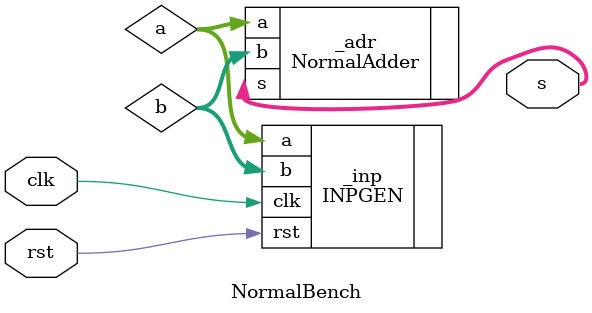
<source format=v>
module NormalBench (
    input clk,
    input rst,
    output [16:0] s
);
    wire [15:0] a, b;
    NormalAdder _adr (
        .a(a),
        .b(b),
        .s(s)
    );

    INPGEN _inp (
        .rst(rst),
        .clk(clk),
        .a  (a),
        .b  (b)
    );
endmodule

</source>
